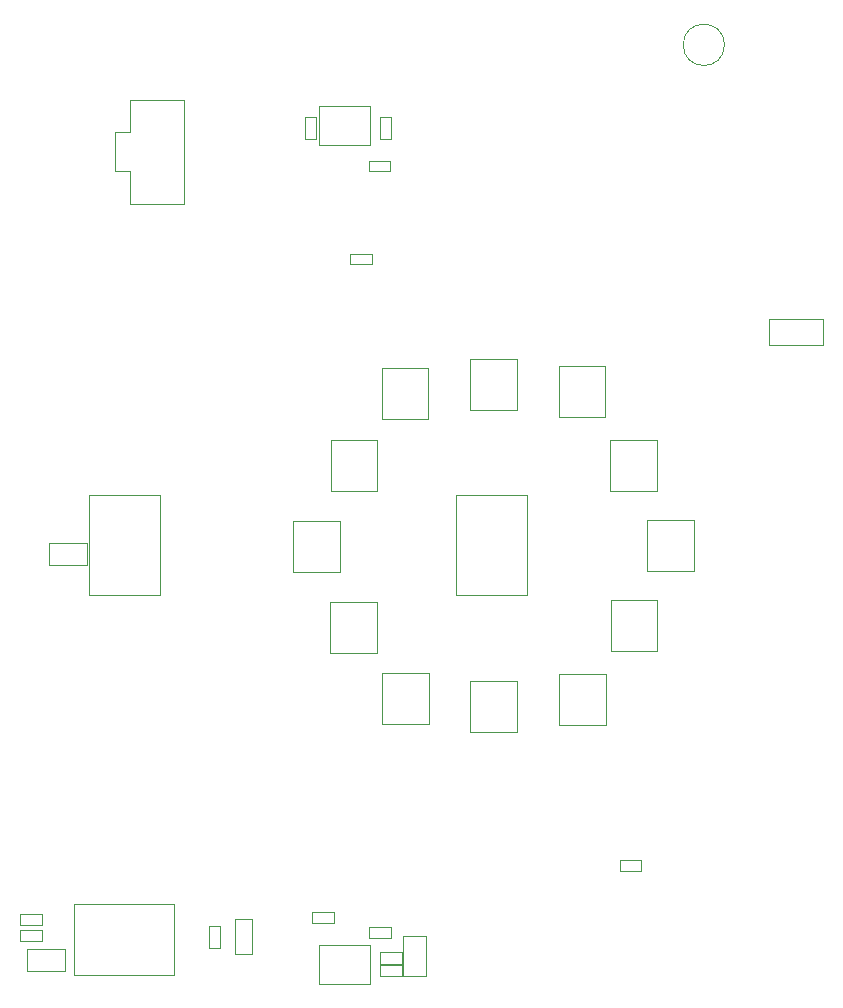
<source format=gbr>
G04 #@! TF.GenerationSoftware,KiCad,Pcbnew,(6.0.7)*
G04 #@! TF.CreationDate,2022-07-29T08:46:12-07:00*
G04 #@! TF.ProjectId,SJ-201-R10,534a2d32-3031-42d5-9231-302e6b696361,rev?*
G04 #@! TF.SameCoordinates,Original*
G04 #@! TF.FileFunction,Other,User*
%FSLAX46Y46*%
G04 Gerber Fmt 4.6, Leading zero omitted, Abs format (unit mm)*
G04 Created by KiCad (PCBNEW (6.0.7)) date 2022-07-29 08:46:12*
%MOMM*%
%LPD*%
G01*
G04 APERTURE LIST*
%ADD10C,0.050000*%
G04 APERTURE END LIST*
D10*
G04 #@! TO.C,D11*
X62162780Y-43424720D02*
X62162780Y-47742720D01*
X62162780Y-47742720D02*
X58225780Y-47742720D01*
X58225780Y-47742720D02*
X58225780Y-43424720D01*
X58225780Y-43424720D02*
X62162780Y-43424720D01*
G04 #@! TO.C,D12*
X55076180Y-36617520D02*
X59013180Y-36617520D01*
X59013180Y-40935520D02*
X55076180Y-40935520D01*
X59013180Y-36617520D02*
X59013180Y-40935520D01*
X55076180Y-40935520D02*
X55076180Y-36617520D01*
G04 #@! TO.C,U10*
X30395000Y-11691000D02*
X30395000Y-8389000D01*
X34713000Y-8389000D02*
X34713000Y-11691000D01*
X34713000Y-11691000D02*
X30395000Y-11691000D01*
X30395000Y-8389000D02*
X34713000Y-8389000D01*
G04 #@! TO.C,D10*
X55126980Y-50231920D02*
X59063980Y-50231920D01*
X59063980Y-50231920D02*
X59063980Y-54549920D01*
X59063980Y-54549920D02*
X55126980Y-54549920D01*
X55126980Y-54549920D02*
X55126980Y-50231920D01*
G04 #@! TO.C,D9*
X50758180Y-56429520D02*
X54695180Y-56429520D01*
X50758180Y-60747520D02*
X50758180Y-56429520D01*
X54695180Y-56429520D02*
X54695180Y-60747520D01*
X54695180Y-60747520D02*
X50758180Y-60747520D01*
G04 #@! TO.C,D13*
X50707380Y-34737920D02*
X50707380Y-30419920D01*
X50707380Y-30419920D02*
X54644380Y-30419920D01*
X54644380Y-34737920D02*
X50707380Y-34737920D01*
X54644380Y-30419920D02*
X54644380Y-34737920D01*
G04 #@! TO.C,U11*
X34713000Y-79389000D02*
X34713000Y-82691000D01*
X30395000Y-82691000D02*
X30395000Y-79389000D01*
X30395000Y-79389000D02*
X34713000Y-79389000D01*
X34713000Y-82691000D02*
X30395000Y-82691000D01*
G04 #@! TO.C,TP12v0*
X64750000Y-3200000D02*
G75*
G03*
X64750000Y-3200000I-1750000J0D01*
G01*
G04 #@! TO.C,D6*
X35289580Y-50333520D02*
X35289580Y-54651520D01*
X31352580Y-50333520D02*
X35289580Y-50333520D01*
X35289580Y-54651520D02*
X31352580Y-54651520D01*
X31352580Y-54651520D02*
X31352580Y-50333520D01*
G04 #@! TO.C,D5*
X28253780Y-47793520D02*
X28253780Y-43475520D01*
X28253780Y-43475520D02*
X32190780Y-43475520D01*
X32190780Y-43475520D02*
X32190780Y-47793520D01*
X32190780Y-47793520D02*
X28253780Y-47793520D01*
G04 #@! TO.C,D3*
X35721380Y-34839520D02*
X35721380Y-30521520D01*
X35721380Y-30521520D02*
X39658380Y-30521520D01*
X39658380Y-34839520D02*
X35721380Y-34839520D01*
X39658380Y-30521520D02*
X39658380Y-34839520D01*
G04 #@! TO.C,D2*
X47176780Y-34077520D02*
X43239780Y-34077520D01*
X47176780Y-29759520D02*
X47176780Y-34077520D01*
X43239780Y-34077520D02*
X43239780Y-29759520D01*
X43239780Y-29759520D02*
X47176780Y-29759520D01*
G04 #@! TO.C,R46*
X36490000Y-77914400D02*
X34630000Y-77914400D01*
X34630000Y-78854400D02*
X36490000Y-78854400D01*
X34630000Y-77914400D02*
X34630000Y-78854400D01*
X36490000Y-78854400D02*
X36490000Y-77914400D01*
G04 #@! TO.C,R44*
X36538000Y-9280800D02*
X35598000Y-9280800D01*
X35598000Y-11140800D02*
X36538000Y-11140800D01*
X35598000Y-9280800D02*
X35598000Y-11140800D01*
X36538000Y-11140800D02*
X36538000Y-9280800D01*
G04 #@! TO.C,R43*
X29248000Y-11191600D02*
X30188000Y-11191600D01*
X30188000Y-9331600D02*
X29248000Y-9331600D01*
X30188000Y-11191600D02*
X30188000Y-9331600D01*
X29248000Y-9331600D02*
X29248000Y-11191600D01*
G04 #@! TO.C,S1*
X10918020Y-49820000D02*
X16918020Y-49820000D01*
X16918020Y-49820000D02*
X16918020Y-41320000D01*
X16918020Y-41320000D02*
X10918020Y-41320000D01*
X10918020Y-41320000D02*
X10918020Y-49820000D01*
G04 #@! TO.C,S3*
X48050800Y-49813400D02*
X48050800Y-41313400D01*
X42050800Y-41313400D02*
X42050800Y-49813400D01*
X48050800Y-41313400D02*
X42050800Y-41313400D01*
X42050800Y-49813400D02*
X48050800Y-49813400D01*
G04 #@! TO.C,R45*
X29854800Y-77584400D02*
X31714800Y-77584400D01*
X31714800Y-76644400D02*
X29854800Y-76644400D01*
X29854800Y-76644400D02*
X29854800Y-77584400D01*
X31714800Y-77584400D02*
X31714800Y-76644400D01*
G04 #@! TO.C,D8*
X47176780Y-61357120D02*
X43239780Y-61357120D01*
X47176780Y-57039120D02*
X47176780Y-61357120D01*
X43239780Y-61357120D02*
X43239780Y-57039120D01*
X43239780Y-57039120D02*
X47176780Y-57039120D01*
G04 #@! TO.C,D4*
X31403380Y-36617520D02*
X35340380Y-36617520D01*
X35340380Y-40935520D02*
X31403380Y-40935520D01*
X31403380Y-40935520D02*
X31403380Y-36617520D01*
X35340380Y-36617520D02*
X35340380Y-40935520D01*
G04 #@! TO.C,S2*
X18168020Y-75972000D02*
X9668020Y-75972000D01*
X9668020Y-75972000D02*
X9668020Y-81972000D01*
X18168020Y-81972000D02*
X18168020Y-75972000D01*
X9668020Y-81972000D02*
X18168020Y-81972000D01*
G04 #@! TO.C,D7*
X35772180Y-56378720D02*
X39709180Y-56378720D01*
X39709180Y-60696720D02*
X35772180Y-60696720D01*
X35772180Y-60696720D02*
X35772180Y-56378720D01*
X39709180Y-56378720D02*
X39709180Y-60696720D01*
G04 #@! TO.C,C58*
X37404400Y-82064960D02*
X37404400Y-81124960D01*
X37404400Y-81124960D02*
X35544400Y-81124960D01*
X35544400Y-81124960D02*
X35544400Y-82064960D01*
X35544400Y-82064960D02*
X37404400Y-82064960D01*
G04 #@! TO.C,C56*
X37404400Y-80048000D02*
X35544400Y-80048000D01*
X35544400Y-80048000D02*
X35544400Y-80988000D01*
X37404400Y-80988000D02*
X37404400Y-80048000D01*
X35544400Y-80988000D02*
X37404400Y-80988000D01*
G04 #@! TO.C,SW1*
X14453200Y-10592800D02*
X13153200Y-10592800D01*
X13153200Y-13892800D02*
X14453200Y-13892800D01*
X14453200Y-16642800D02*
X19003200Y-16642800D01*
X13153200Y-10592800D02*
X13153200Y-13892800D01*
X19003200Y-16642800D02*
X19003200Y-7842800D01*
X14453200Y-13892800D02*
X14453200Y-16642800D01*
X14453200Y-7842800D02*
X14453200Y-10592800D01*
X19003200Y-7842800D02*
X14453200Y-7842800D01*
G04 #@! TO.C,FB6*
X37556400Y-82045600D02*
X39456400Y-82045600D01*
X37556400Y-78685600D02*
X37556400Y-82045600D01*
X39456400Y-82045600D02*
X39456400Y-78685600D01*
X39456400Y-78685600D02*
X37556400Y-78685600D01*
G04 #@! TO.C,D17*
X7600000Y-47250000D02*
X7600000Y-45350000D01*
X7600000Y-47250000D02*
X10800000Y-47250000D01*
X7600000Y-45350000D02*
X10800000Y-45350000D01*
X10800000Y-47250000D02*
X10800000Y-45350000D01*
G04 #@! TO.C,C9*
X6955200Y-77726800D02*
X6955200Y-76806800D01*
X5135200Y-76806800D02*
X5135200Y-77726800D01*
X5135200Y-77726800D02*
X6955200Y-77726800D01*
X6955200Y-76806800D02*
X5135200Y-76806800D01*
G04 #@! TO.C,C31*
X34650000Y-13922000D02*
X36470000Y-13922000D01*
X36470000Y-13922000D02*
X36470000Y-13002000D01*
X36470000Y-13002000D02*
X34650000Y-13002000D01*
X34650000Y-13002000D02*
X34650000Y-13922000D01*
G04 #@! TO.C,C30*
X33075200Y-21796000D02*
X34895200Y-21796000D01*
X34895200Y-20876000D02*
X33075200Y-20876000D01*
X33075200Y-20876000D02*
X33075200Y-21796000D01*
X34895200Y-21796000D02*
X34895200Y-20876000D01*
G04 #@! TO.C,C54*
X57710000Y-73160000D02*
X57710000Y-72240000D01*
X57710000Y-72240000D02*
X55890000Y-72240000D01*
X55890000Y-73160000D02*
X57710000Y-73160000D01*
X55890000Y-72240000D02*
X55890000Y-73160000D01*
G04 #@! TO.C,R13*
X22070000Y-79630000D02*
X22070000Y-77770000D01*
X21130000Y-79630000D02*
X22070000Y-79630000D01*
X22070000Y-77770000D02*
X21130000Y-77770000D01*
X21130000Y-77770000D02*
X21130000Y-79630000D01*
G04 #@! TO.C,R17*
X23270000Y-80180000D02*
X24730000Y-80180000D01*
X24730000Y-80180000D02*
X24730000Y-77220000D01*
X23270000Y-77220000D02*
X23270000Y-80180000D01*
X24730000Y-77220000D02*
X23270000Y-77220000D01*
G04 #@! TO.C,D18*
X8900000Y-79750000D02*
X8900000Y-81650000D01*
X5700000Y-79750000D02*
X5700000Y-81650000D01*
X8900000Y-81650000D02*
X5700000Y-81650000D01*
X8900000Y-79750000D02*
X5700000Y-79750000D01*
G04 #@! TO.C,C34*
X5135200Y-78178400D02*
X5135200Y-79098400D01*
X6955200Y-79098400D02*
X6955200Y-78178400D01*
X6955200Y-78178400D02*
X5135200Y-78178400D01*
X5135200Y-79098400D02*
X6955200Y-79098400D01*
G04 #@! TO.C,F1*
X73080000Y-26380000D02*
X68520000Y-26380000D01*
X73080000Y-28620000D02*
X73080000Y-26380000D01*
X68520000Y-28620000D02*
X73080000Y-28620000D01*
X68520000Y-26380000D02*
X68520000Y-28620000D01*
G04 #@! TD*
M02*

</source>
